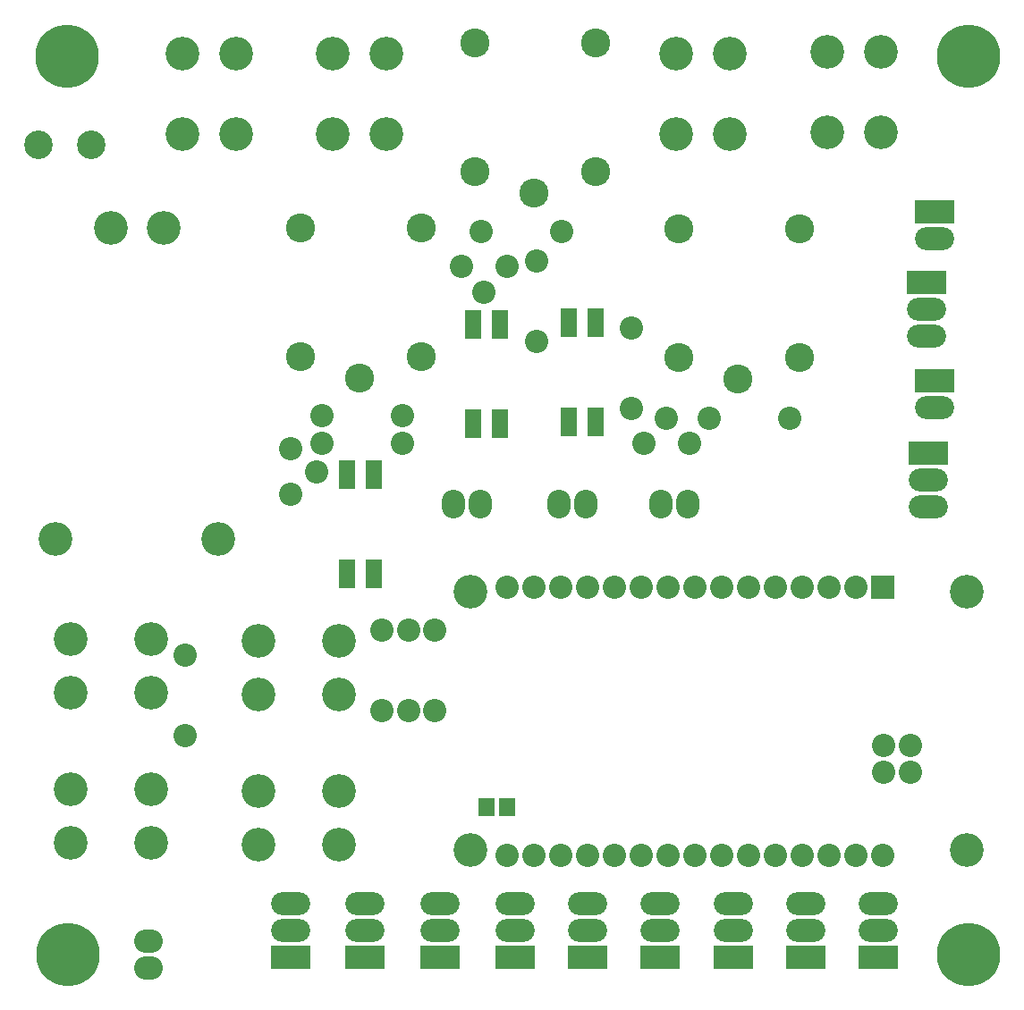
<source format=gts>
G04*
G04 #@! TF.GenerationSoftware,Altium Limited,Altium Designer,20.0.13 (296)*
G04*
G04 Layer_Color=8388736*
%FSLAX25Y25*%
%MOIN*%
G70*
G01*
G75*
%ADD18R,0.05918X0.06706*%
%ADD19R,0.05918X0.10642*%
%ADD20C,0.12611*%
%ADD21C,0.08674*%
%ADD22R,0.08674X0.08674*%
%ADD23O,0.10642X0.08674*%
%ADD24O,0.14580X0.08674*%
%ADD25R,0.14580X0.08674*%
%ADD26O,0.08674X0.08674*%
%ADD27O,0.08674X0.08674*%
%ADD28C,0.10642*%
%ADD29O,0.08674X0.10642*%
%ADD30C,0.10800*%
%ADD31C,0.23635*%
%ADD32C,0.04737*%
D18*
X183500Y75000D02*
D03*
X176020D02*
D03*
D19*
X206480Y255504D02*
D03*
X216520D02*
D03*
Y218496D02*
D03*
X206480D02*
D03*
X170980Y255004D02*
D03*
X181020D02*
D03*
Y217996D02*
D03*
X170980D02*
D03*
X123980Y199004D02*
D03*
X134020D02*
D03*
Y161996D02*
D03*
X123980D02*
D03*
D20*
X354839Y155347D02*
D03*
Y58850D02*
D03*
X169996D02*
D03*
Y155347D02*
D03*
X91000Y137000D02*
D03*
X121000D02*
D03*
X91000Y117000D02*
D03*
X121000D02*
D03*
X15370Y175000D02*
D03*
X76000D02*
D03*
X35842Y290748D02*
D03*
X55528D02*
D03*
X323000Y356500D02*
D03*
Y326500D02*
D03*
X303000Y356500D02*
D03*
Y326500D02*
D03*
X266500Y356000D02*
D03*
Y326000D02*
D03*
X246500Y356000D02*
D03*
Y326000D02*
D03*
X138500Y356000D02*
D03*
Y326000D02*
D03*
X118500Y356000D02*
D03*
Y326000D02*
D03*
X82500Y356000D02*
D03*
Y326000D02*
D03*
X62500Y356000D02*
D03*
Y326000D02*
D03*
X51000Y117500D02*
D03*
X21000D02*
D03*
X51000Y137500D02*
D03*
X21000D02*
D03*
X121000Y61000D02*
D03*
X91000D02*
D03*
X121000Y81000D02*
D03*
X91000D02*
D03*
X51000Y61500D02*
D03*
X21000D02*
D03*
X51000Y81500D02*
D03*
X21000D02*
D03*
D21*
X183500Y57000D02*
D03*
X193500D02*
D03*
X203500D02*
D03*
X213500D02*
D03*
X223500D02*
D03*
X233500D02*
D03*
X243500D02*
D03*
X253500D02*
D03*
X263500D02*
D03*
X273500D02*
D03*
X283500D02*
D03*
X293500D02*
D03*
X303500D02*
D03*
X313500D02*
D03*
X323500D02*
D03*
X183500Y157000D02*
D03*
X193500D02*
D03*
X203500D02*
D03*
X213500D02*
D03*
X223500D02*
D03*
X233500D02*
D03*
X243500D02*
D03*
X253500D02*
D03*
X263500D02*
D03*
X273500D02*
D03*
X283500D02*
D03*
X293500D02*
D03*
X303500D02*
D03*
X313500D02*
D03*
X63500Y131500D02*
D03*
Y101500D02*
D03*
X114500Y210500D02*
D03*
X144500D02*
D03*
X194500Y278500D02*
D03*
Y248500D02*
D03*
X230000Y223500D02*
D03*
Y253500D02*
D03*
X156500Y141000D02*
D03*
Y111000D02*
D03*
X147000Y141000D02*
D03*
Y111000D02*
D03*
X137000Y141000D02*
D03*
Y111000D02*
D03*
X251500Y210500D02*
D03*
X243000Y220000D02*
D03*
X234500Y210500D02*
D03*
X259000Y220000D02*
D03*
X289000D02*
D03*
X174000Y289500D02*
D03*
X204000D02*
D03*
X166500Y276500D02*
D03*
X175000Y267000D02*
D03*
X183500Y276500D02*
D03*
X114500Y221000D02*
D03*
X144500D02*
D03*
X103000Y191500D02*
D03*
X112500Y200000D02*
D03*
X103000Y208500D02*
D03*
D22*
X323500Y157000D02*
D03*
D23*
X50000Y25000D02*
D03*
Y15000D02*
D03*
D24*
X103000Y39000D02*
D03*
Y29000D02*
D03*
X130500Y39000D02*
D03*
Y29000D02*
D03*
X158500Y39000D02*
D03*
Y29000D02*
D03*
X186500Y39000D02*
D03*
Y29000D02*
D03*
X213500Y39000D02*
D03*
Y29000D02*
D03*
X240500Y39000D02*
D03*
Y29000D02*
D03*
X268000Y39000D02*
D03*
Y29000D02*
D03*
X295000Y39000D02*
D03*
Y29000D02*
D03*
X322000Y39000D02*
D03*
Y29000D02*
D03*
X340000Y250500D02*
D03*
Y260500D02*
D03*
X340500Y187000D02*
D03*
Y197000D02*
D03*
X343000Y287000D02*
D03*
Y224000D02*
D03*
D25*
X103000Y19000D02*
D03*
X130500Y19000D02*
D03*
X158500Y19000D02*
D03*
X186500D02*
D03*
X213500D02*
D03*
X240500D02*
D03*
X268000D02*
D03*
X295000D02*
D03*
X322000D02*
D03*
X340000Y270500D02*
D03*
X340500Y207000D02*
D03*
X343000Y297000D02*
D03*
Y234000D02*
D03*
D26*
X334000Y98000D02*
D03*
X324000D02*
D03*
D27*
Y88000D02*
D03*
X334000D02*
D03*
D28*
X9000Y322000D02*
D03*
X28685D02*
D03*
D29*
X251000Y188000D02*
D03*
X241000D02*
D03*
X213000D02*
D03*
X203000D02*
D03*
X173500D02*
D03*
X163500D02*
D03*
D30*
X292500Y290500D02*
D03*
X247500D02*
D03*
X269500Y234500D02*
D03*
X292500Y242500D02*
D03*
X247500D02*
D03*
X151500Y291000D02*
D03*
X106500D02*
D03*
X128500Y235000D02*
D03*
X151500Y243000D02*
D03*
X106500D02*
D03*
X216500Y360000D02*
D03*
X171500D02*
D03*
X193500Y304000D02*
D03*
X216500Y312000D02*
D03*
X171500D02*
D03*
D31*
X19500Y355000D02*
D03*
X20000Y20000D02*
D03*
X355500D02*
D03*
Y355000D02*
D03*
D32*
X25624Y348875D02*
D03*
X13375D02*
D03*
X10839Y355000D02*
D03*
X13375Y361124D02*
D03*
X25821Y361223D02*
D03*
X28358Y355098D02*
D03*
X19500Y346339D02*
D03*
Y363661D02*
D03*
X26125Y13875D02*
D03*
X13875D02*
D03*
X11339Y20000D02*
D03*
X13875Y26125D02*
D03*
X26321Y26223D02*
D03*
X28858Y20098D02*
D03*
X20000Y11339D02*
D03*
Y28661D02*
D03*
X361625Y13875D02*
D03*
X349376D02*
D03*
X346839Y20000D02*
D03*
X349376Y26125D02*
D03*
X361821Y26223D02*
D03*
X364358Y20098D02*
D03*
X355500Y11339D02*
D03*
Y28661D02*
D03*
X361625Y348875D02*
D03*
X349376D02*
D03*
X346839Y355000D02*
D03*
X349376Y361124D02*
D03*
X361821Y361223D02*
D03*
X364358Y355098D02*
D03*
X355500Y346339D02*
D03*
Y363661D02*
D03*
M02*

</source>
